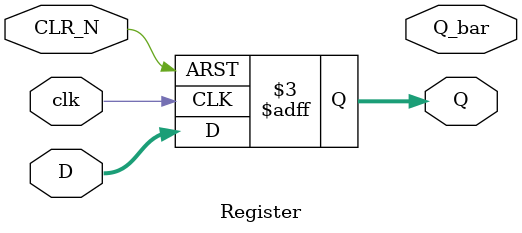
<source format=sv>
`timescale 1ns / 1ps


module Register(
  input logic clk,
  input logic [7:0] D,
  input logic CLR_N,
  output logic [7:0] Q,
  output logic Q_bar

    );
    
    always_ff @(posedge clk or negedge CLR_N) begin
    if (!CLR_N)
        Q<= 8'b00000000;
     else 
     Q<=D;
     end

endmodule

</source>
